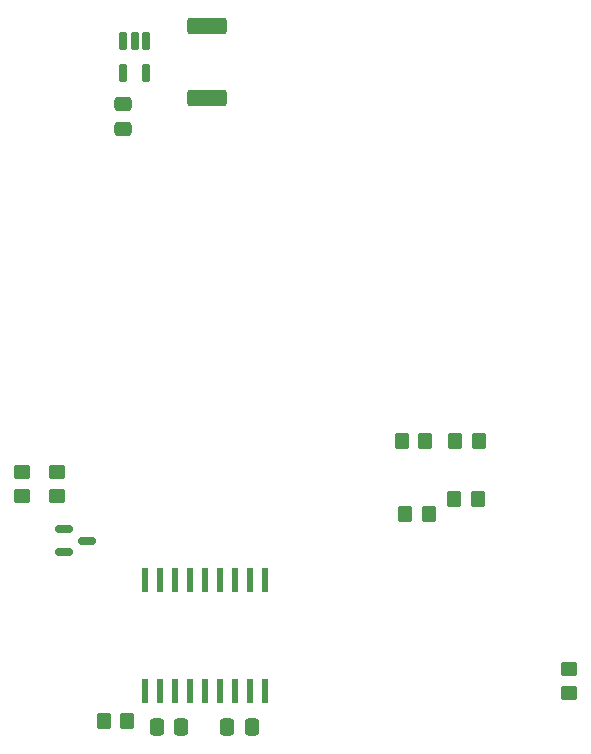
<source format=gbp>
G04 #@! TF.GenerationSoftware,KiCad,Pcbnew,8.0.2+dfsg-1*
G04 #@! TF.CreationDate,2024-06-12T08:48:22-04:00*
G04 #@! TF.ProjectId,relay_board,72656c61-795f-4626-9f61-72642e6b6963,rev?*
G04 #@! TF.SameCoordinates,Original*
G04 #@! TF.FileFunction,Paste,Bot*
G04 #@! TF.FilePolarity,Positive*
%FSLAX46Y46*%
G04 Gerber Fmt 4.6, Leading zero omitted, Abs format (unit mm)*
G04 Created by KiCad (PCBNEW 8.0.2+dfsg-1) date 2024-06-12 08:48:22*
%MOMM*%
%LPD*%
G01*
G04 APERTURE LIST*
G04 Aperture macros list*
%AMRoundRect*
0 Rectangle with rounded corners*
0 $1 Rounding radius*
0 $2 $3 $4 $5 $6 $7 $8 $9 X,Y pos of 4 corners*
0 Add a 4 corners polygon primitive as box body*
4,1,4,$2,$3,$4,$5,$6,$7,$8,$9,$2,$3,0*
0 Add four circle primitives for the rounded corners*
1,1,$1+$1,$2,$3*
1,1,$1+$1,$4,$5*
1,1,$1+$1,$6,$7*
1,1,$1+$1,$8,$9*
0 Add four rect primitives between the rounded corners*
20,1,$1+$1,$2,$3,$4,$5,0*
20,1,$1+$1,$4,$5,$6,$7,0*
20,1,$1+$1,$6,$7,$8,$9,0*
20,1,$1+$1,$8,$9,$2,$3,0*%
G04 Aperture macros list end*
%ADD10RoundRect,0.249999X1.425001X-0.450001X1.425001X0.450001X-1.425001X0.450001X-1.425001X-0.450001X0*%
%ADD11RoundRect,0.162500X-0.162500X0.617500X-0.162500X-0.617500X0.162500X-0.617500X0.162500X0.617500X0*%
%ADD12RoundRect,0.250000X0.337500X0.475000X-0.337500X0.475000X-0.337500X-0.475000X0.337500X-0.475000X0*%
%ADD13RoundRect,0.250000X0.450000X-0.350000X0.450000X0.350000X-0.450000X0.350000X-0.450000X-0.350000X0*%
%ADD14RoundRect,0.250000X0.350000X0.450000X-0.350000X0.450000X-0.350000X-0.450000X0.350000X-0.450000X0*%
%ADD15RoundRect,0.150000X-0.587500X-0.150000X0.587500X-0.150000X0.587500X0.150000X-0.587500X0.150000X0*%
%ADD16R,0.600000X2.000000*%
%ADD17RoundRect,0.250000X-0.450000X0.350000X-0.450000X-0.350000X0.450000X-0.350000X0.450000X0.350000X0*%
%ADD18RoundRect,0.250000X0.475000X-0.337500X0.475000X0.337500X-0.475000X0.337500X-0.475000X-0.337500X0*%
G04 APERTURE END LIST*
D10*
X148640800Y-84177600D03*
X148640800Y-78077600D03*
D11*
X141544000Y-79371200D03*
X142494000Y-79371200D03*
X143444000Y-79371200D03*
X143444000Y-82071200D03*
X141544000Y-82071200D03*
D12*
X152421500Y-137464800D03*
X150346500Y-137464800D03*
D13*
X132990800Y-117840000D03*
X132990800Y-115840000D03*
X135940800Y-117840000D03*
X135940800Y-115840000D03*
D14*
X141868400Y-136906000D03*
X139868400Y-136906000D03*
X171637200Y-113182400D03*
X169637200Y-113182400D03*
D12*
X146427100Y-137464800D03*
X144352100Y-137464800D03*
D15*
X136550400Y-122600800D03*
X136550400Y-120700800D03*
X138425400Y-121650800D03*
D16*
X143357600Y-124992400D03*
X144627600Y-124992400D03*
X145897600Y-124992400D03*
X147167600Y-124992400D03*
X148437600Y-124992400D03*
X149707600Y-124992400D03*
X150977600Y-124992400D03*
X152247600Y-124992400D03*
X153517600Y-124992400D03*
X153517600Y-134392400D03*
X152247600Y-134392400D03*
X150977600Y-134392400D03*
X149707600Y-134392400D03*
X148437600Y-134392400D03*
X147167600Y-134392400D03*
X145897600Y-134392400D03*
X144627600Y-134392400D03*
X143357600Y-134392400D03*
D17*
X179273200Y-132553200D03*
X179273200Y-134553200D03*
D14*
X171535600Y-118160800D03*
X169535600Y-118160800D03*
D18*
X141528800Y-86787900D03*
X141528800Y-84712900D03*
D14*
X167420800Y-119430800D03*
X165420800Y-119430800D03*
X167116000Y-113182400D03*
X165116000Y-113182400D03*
M02*

</source>
